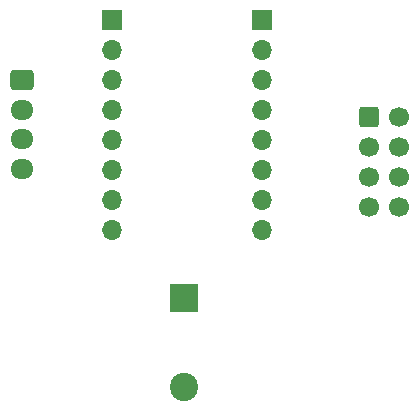
<source format=gbr>
%TF.GenerationSoftware,KiCad,Pcbnew,8.0.8*%
%TF.CreationDate,2025-02-17T18:22:25+00:00*%
%TF.ProjectId,tmc2208-adapter,746d6332-3230-4382-9d61-646170746572,rev?*%
%TF.SameCoordinates,Original*%
%TF.FileFunction,Soldermask,Bot*%
%TF.FilePolarity,Negative*%
%FSLAX46Y46*%
G04 Gerber Fmt 4.6, Leading zero omitted, Abs format (unit mm)*
G04 Created by KiCad (PCBNEW 8.0.8) date 2025-02-17 18:22:25*
%MOMM*%
%LPD*%
G01*
G04 APERTURE LIST*
G04 Aperture macros list*
%AMRoundRect*
0 Rectangle with rounded corners*
0 $1 Rounding radius*
0 $2 $3 $4 $5 $6 $7 $8 $9 X,Y pos of 4 corners*
0 Add a 4 corners polygon primitive as box body*
4,1,4,$2,$3,$4,$5,$6,$7,$8,$9,$2,$3,0*
0 Add four circle primitives for the rounded corners*
1,1,$1+$1,$2,$3*
1,1,$1+$1,$4,$5*
1,1,$1+$1,$6,$7*
1,1,$1+$1,$8,$9*
0 Add four rect primitives between the rounded corners*
20,1,$1+$1,$2,$3,$4,$5,0*
20,1,$1+$1,$4,$5,$6,$7,0*
20,1,$1+$1,$6,$7,$8,$9,0*
20,1,$1+$1,$8,$9,$2,$3,0*%
G04 Aperture macros list end*
%ADD10RoundRect,0.250000X-0.725000X0.600000X-0.725000X-0.600000X0.725000X-0.600000X0.725000X0.600000X0*%
%ADD11O,1.950000X1.700000*%
%ADD12C,1.700000*%
%ADD13RoundRect,0.250000X-0.600000X-0.600000X0.600000X-0.600000X0.600000X0.600000X-0.600000X0.600000X0*%
%ADD14R,1.700000X1.700000*%
%ADD15O,1.700000X1.700000*%
%ADD16R,2.400000X2.400000*%
%ADD17C,2.400000*%
G04 APERTURE END LIST*
D10*
%TO.C,J4*%
X199260000Y-86960000D03*
D11*
X199260000Y-89460000D03*
X199260000Y-91960000D03*
X199260000Y-94460000D03*
%TD*%
D12*
%TO.C,J3*%
X231230000Y-97668000D03*
X228690000Y-97668000D03*
X231230000Y-95128000D03*
X228690000Y-95128000D03*
X231230000Y-92588000D03*
X228690000Y-92588000D03*
X231230000Y-90048000D03*
D13*
X228690000Y-90048000D03*
%TD*%
D14*
%TO.C,J2*%
X219580000Y-81840000D03*
D15*
X219580000Y-84380000D03*
X219580000Y-86920000D03*
X219580000Y-89460000D03*
X219580000Y-92000000D03*
X219580000Y-94540000D03*
X219580000Y-97080000D03*
X219580000Y-99620000D03*
%TD*%
D14*
%TO.C,J1*%
X206880000Y-81840000D03*
D15*
X206880000Y-84380000D03*
X206880000Y-86920000D03*
X206880000Y-89460000D03*
X206880000Y-92000000D03*
X206880000Y-94540000D03*
X206880000Y-97080000D03*
X206880000Y-99620000D03*
%TD*%
D16*
%TO.C,C1*%
X213000000Y-105434785D03*
D17*
X213000000Y-112934785D03*
%TD*%
M02*

</source>
